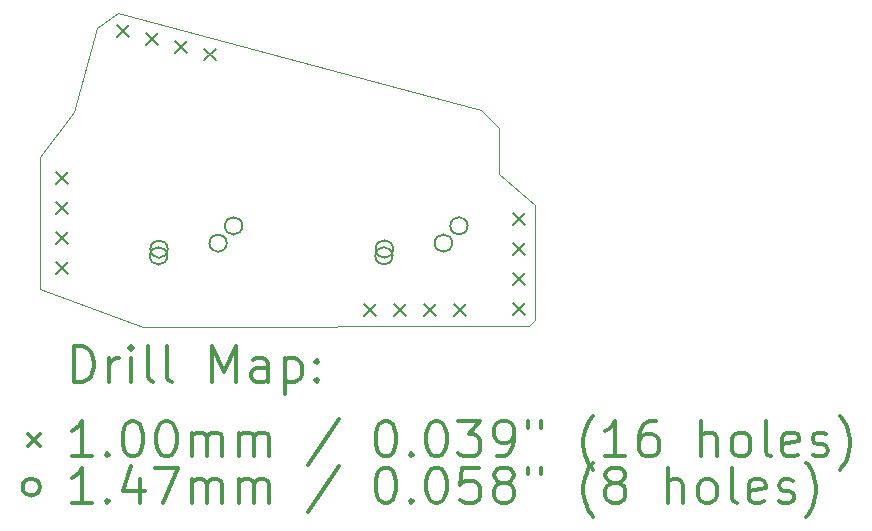
<source format=gbr>
%FSLAX45Y45*%
G04 Gerber Fmt 4.5, Leading zero omitted, Abs format (unit mm)*
G04 Created by KiCad (PCBNEW (5.1.4)-1) date 2023-06-17 18:34:14*
%MOMM*%
%LPD*%
G04 APERTURE LIST*
%ADD10C,0.050000*%
%ADD11C,0.200000*%
%ADD12C,0.300000*%
G04 APERTURE END LIST*
D10*
X19612165Y-35837340D02*
X16342269Y-35841926D01*
X19666101Y-34808660D02*
X19360882Y-34552366D01*
X16131177Y-33185429D02*
X19203875Y-34010148D01*
X15473875Y-35519943D02*
X15474404Y-34405941D01*
X15763276Y-34022596D02*
X15474404Y-34405941D01*
X19666491Y-35781864D02*
X19666101Y-34808660D01*
X15763276Y-34022596D02*
X15953880Y-33316027D01*
X15953880Y-33316027D02*
X16131177Y-33185429D01*
X19360882Y-34552366D02*
X19359700Y-34160247D01*
X19203875Y-34010148D02*
X19359700Y-34160247D01*
X15473875Y-35519943D02*
X16342269Y-35841926D01*
X19666491Y-35781864D02*
X19612165Y-35837340D01*
D11*
X16613815Y-33421973D02*
X16713815Y-33521973D01*
X16713815Y-33421973D02*
X16613815Y-33521973D01*
X16859161Y-33487713D02*
X16959161Y-33587713D01*
X16959161Y-33487713D02*
X16859161Y-33587713D01*
X15605449Y-34535910D02*
X15705449Y-34635910D01*
X15705449Y-34535910D02*
X15605449Y-34635910D01*
X19477699Y-34884357D02*
X19577699Y-34984357D01*
X19577699Y-34884357D02*
X19477699Y-34984357D01*
X19477699Y-35138357D02*
X19577699Y-35238357D01*
X19577699Y-35138357D02*
X19477699Y-35238357D01*
X19477699Y-35392357D02*
X19577699Y-35492357D01*
X19577699Y-35392357D02*
X19477699Y-35492357D01*
X19477699Y-35646357D02*
X19577699Y-35746357D01*
X19577699Y-35646357D02*
X19477699Y-35746357D01*
X18218613Y-35653105D02*
X18318613Y-35753105D01*
X18318613Y-35653105D02*
X18218613Y-35753105D01*
X18472613Y-35653105D02*
X18572613Y-35753105D01*
X18572613Y-35653105D02*
X18472613Y-35753105D01*
X18726613Y-35653105D02*
X18826613Y-35753105D01*
X18826613Y-35653105D02*
X18726613Y-35753105D01*
X18980613Y-35653105D02*
X19080613Y-35753105D01*
X19080613Y-35653105D02*
X18980613Y-35753105D01*
X16123125Y-33290493D02*
X16223125Y-33390493D01*
X16223125Y-33290493D02*
X16123125Y-33390493D01*
X16368470Y-33356233D02*
X16468470Y-33456233D01*
X16468470Y-33356233D02*
X16368470Y-33456233D01*
X15605449Y-34789910D02*
X15705449Y-34889910D01*
X15705449Y-34789910D02*
X15605449Y-34889910D01*
X15605449Y-35043910D02*
X15705449Y-35143910D01*
X15705449Y-35043910D02*
X15605449Y-35143910D01*
X15605449Y-35297910D02*
X15705449Y-35397910D01*
X15705449Y-35297910D02*
X15605449Y-35397910D01*
X18457455Y-35243192D02*
G75*
G03X18457455Y-35243192I-73500J0D01*
G01*
X18461455Y-35185192D02*
G75*
G03X18461455Y-35185192I-73500J0D01*
G01*
X18961455Y-35135192D02*
G75*
G03X18961455Y-35135192I-73500J0D01*
G01*
X19092455Y-34989192D02*
G75*
G03X19092455Y-34989192I-73500J0D01*
G01*
X16549500Y-35243192D02*
G75*
G03X16549500Y-35243192I-73500J0D01*
G01*
X16553500Y-35185192D02*
G75*
G03X16553500Y-35185192I-73500J0D01*
G01*
X17053500Y-35135192D02*
G75*
G03X17053500Y-35135192I-73500J0D01*
G01*
X17184500Y-34989192D02*
G75*
G03X17184500Y-34989192I-73500J0D01*
G01*
D12*
X15757803Y-36310141D02*
X15757803Y-36010141D01*
X15829232Y-36010141D01*
X15872089Y-36024426D01*
X15900660Y-36052998D01*
X15914946Y-36081569D01*
X15929232Y-36138712D01*
X15929232Y-36181569D01*
X15914946Y-36238712D01*
X15900660Y-36267284D01*
X15872089Y-36295855D01*
X15829232Y-36310141D01*
X15757803Y-36310141D01*
X16057803Y-36310141D02*
X16057803Y-36110141D01*
X16057803Y-36167284D02*
X16072089Y-36138712D01*
X16086375Y-36124426D01*
X16114946Y-36110141D01*
X16143517Y-36110141D01*
X16243517Y-36310141D02*
X16243517Y-36110141D01*
X16243517Y-36010141D02*
X16229232Y-36024426D01*
X16243517Y-36038712D01*
X16257803Y-36024426D01*
X16243517Y-36010141D01*
X16243517Y-36038712D01*
X16429232Y-36310141D02*
X16400660Y-36295855D01*
X16386375Y-36267284D01*
X16386375Y-36010141D01*
X16586375Y-36310141D02*
X16557803Y-36295855D01*
X16543517Y-36267284D01*
X16543517Y-36010141D01*
X16929232Y-36310141D02*
X16929232Y-36010141D01*
X17029232Y-36224426D01*
X17129232Y-36010141D01*
X17129232Y-36310141D01*
X17400660Y-36310141D02*
X17400660Y-36152998D01*
X17386375Y-36124426D01*
X17357803Y-36110141D01*
X17300660Y-36110141D01*
X17272089Y-36124426D01*
X17400660Y-36295855D02*
X17372089Y-36310141D01*
X17300660Y-36310141D01*
X17272089Y-36295855D01*
X17257803Y-36267284D01*
X17257803Y-36238712D01*
X17272089Y-36210141D01*
X17300660Y-36195855D01*
X17372089Y-36195855D01*
X17400660Y-36181569D01*
X17543517Y-36110141D02*
X17543517Y-36410141D01*
X17543517Y-36124426D02*
X17572089Y-36110141D01*
X17629232Y-36110141D01*
X17657803Y-36124426D01*
X17672089Y-36138712D01*
X17686375Y-36167284D01*
X17686375Y-36252998D01*
X17672089Y-36281569D01*
X17657803Y-36295855D01*
X17629232Y-36310141D01*
X17572089Y-36310141D01*
X17543517Y-36295855D01*
X17814946Y-36281569D02*
X17829232Y-36295855D01*
X17814946Y-36310141D01*
X17800660Y-36295855D01*
X17814946Y-36281569D01*
X17814946Y-36310141D01*
X17814946Y-36124426D02*
X17829232Y-36138712D01*
X17814946Y-36152998D01*
X17800660Y-36138712D01*
X17814946Y-36124426D01*
X17814946Y-36152998D01*
X15371375Y-36754426D02*
X15471375Y-36854426D01*
X15471375Y-36754426D02*
X15371375Y-36854426D01*
X15914946Y-36940141D02*
X15743517Y-36940141D01*
X15829232Y-36940141D02*
X15829232Y-36640141D01*
X15800660Y-36682998D01*
X15772089Y-36711569D01*
X15743517Y-36725855D01*
X16043517Y-36911569D02*
X16057803Y-36925855D01*
X16043517Y-36940141D01*
X16029232Y-36925855D01*
X16043517Y-36911569D01*
X16043517Y-36940141D01*
X16243517Y-36640141D02*
X16272089Y-36640141D01*
X16300660Y-36654426D01*
X16314946Y-36668712D01*
X16329232Y-36697284D01*
X16343517Y-36754426D01*
X16343517Y-36825855D01*
X16329232Y-36882998D01*
X16314946Y-36911569D01*
X16300660Y-36925855D01*
X16272089Y-36940141D01*
X16243517Y-36940141D01*
X16214946Y-36925855D01*
X16200660Y-36911569D01*
X16186375Y-36882998D01*
X16172089Y-36825855D01*
X16172089Y-36754426D01*
X16186375Y-36697284D01*
X16200660Y-36668712D01*
X16214946Y-36654426D01*
X16243517Y-36640141D01*
X16529232Y-36640141D02*
X16557803Y-36640141D01*
X16586375Y-36654426D01*
X16600660Y-36668712D01*
X16614946Y-36697284D01*
X16629232Y-36754426D01*
X16629232Y-36825855D01*
X16614946Y-36882998D01*
X16600660Y-36911569D01*
X16586375Y-36925855D01*
X16557803Y-36940141D01*
X16529232Y-36940141D01*
X16500660Y-36925855D01*
X16486375Y-36911569D01*
X16472089Y-36882998D01*
X16457803Y-36825855D01*
X16457803Y-36754426D01*
X16472089Y-36697284D01*
X16486375Y-36668712D01*
X16500660Y-36654426D01*
X16529232Y-36640141D01*
X16757803Y-36940141D02*
X16757803Y-36740141D01*
X16757803Y-36768712D02*
X16772089Y-36754426D01*
X16800660Y-36740141D01*
X16843517Y-36740141D01*
X16872089Y-36754426D01*
X16886375Y-36782998D01*
X16886375Y-36940141D01*
X16886375Y-36782998D02*
X16900660Y-36754426D01*
X16929232Y-36740141D01*
X16972089Y-36740141D01*
X17000660Y-36754426D01*
X17014946Y-36782998D01*
X17014946Y-36940141D01*
X17157803Y-36940141D02*
X17157803Y-36740141D01*
X17157803Y-36768712D02*
X17172089Y-36754426D01*
X17200660Y-36740141D01*
X17243517Y-36740141D01*
X17272089Y-36754426D01*
X17286375Y-36782998D01*
X17286375Y-36940141D01*
X17286375Y-36782998D02*
X17300660Y-36754426D01*
X17329232Y-36740141D01*
X17372089Y-36740141D01*
X17400660Y-36754426D01*
X17414946Y-36782998D01*
X17414946Y-36940141D01*
X18000660Y-36625855D02*
X17743517Y-37011569D01*
X18386375Y-36640141D02*
X18414946Y-36640141D01*
X18443517Y-36654426D01*
X18457803Y-36668712D01*
X18472089Y-36697284D01*
X18486375Y-36754426D01*
X18486375Y-36825855D01*
X18472089Y-36882998D01*
X18457803Y-36911569D01*
X18443517Y-36925855D01*
X18414946Y-36940141D01*
X18386375Y-36940141D01*
X18357803Y-36925855D01*
X18343517Y-36911569D01*
X18329232Y-36882998D01*
X18314946Y-36825855D01*
X18314946Y-36754426D01*
X18329232Y-36697284D01*
X18343517Y-36668712D01*
X18357803Y-36654426D01*
X18386375Y-36640141D01*
X18614946Y-36911569D02*
X18629232Y-36925855D01*
X18614946Y-36940141D01*
X18600660Y-36925855D01*
X18614946Y-36911569D01*
X18614946Y-36940141D01*
X18814946Y-36640141D02*
X18843517Y-36640141D01*
X18872089Y-36654426D01*
X18886375Y-36668712D01*
X18900660Y-36697284D01*
X18914946Y-36754426D01*
X18914946Y-36825855D01*
X18900660Y-36882998D01*
X18886375Y-36911569D01*
X18872089Y-36925855D01*
X18843517Y-36940141D01*
X18814946Y-36940141D01*
X18786375Y-36925855D01*
X18772089Y-36911569D01*
X18757803Y-36882998D01*
X18743517Y-36825855D01*
X18743517Y-36754426D01*
X18757803Y-36697284D01*
X18772089Y-36668712D01*
X18786375Y-36654426D01*
X18814946Y-36640141D01*
X19014946Y-36640141D02*
X19200660Y-36640141D01*
X19100660Y-36754426D01*
X19143517Y-36754426D01*
X19172089Y-36768712D01*
X19186375Y-36782998D01*
X19200660Y-36811569D01*
X19200660Y-36882998D01*
X19186375Y-36911569D01*
X19172089Y-36925855D01*
X19143517Y-36940141D01*
X19057803Y-36940141D01*
X19029232Y-36925855D01*
X19014946Y-36911569D01*
X19343517Y-36940141D02*
X19400660Y-36940141D01*
X19429232Y-36925855D01*
X19443517Y-36911569D01*
X19472089Y-36868712D01*
X19486375Y-36811569D01*
X19486375Y-36697284D01*
X19472089Y-36668712D01*
X19457803Y-36654426D01*
X19429232Y-36640141D01*
X19372089Y-36640141D01*
X19343517Y-36654426D01*
X19329232Y-36668712D01*
X19314946Y-36697284D01*
X19314946Y-36768712D01*
X19329232Y-36797284D01*
X19343517Y-36811569D01*
X19372089Y-36825855D01*
X19429232Y-36825855D01*
X19457803Y-36811569D01*
X19472089Y-36797284D01*
X19486375Y-36768712D01*
X19600660Y-36640141D02*
X19600660Y-36697284D01*
X19714946Y-36640141D02*
X19714946Y-36697284D01*
X20157803Y-37054426D02*
X20143517Y-37040141D01*
X20114946Y-36997284D01*
X20100660Y-36968712D01*
X20086375Y-36925855D01*
X20072089Y-36854426D01*
X20072089Y-36797284D01*
X20086375Y-36725855D01*
X20100660Y-36682998D01*
X20114946Y-36654426D01*
X20143517Y-36611569D01*
X20157803Y-36597284D01*
X20429232Y-36940141D02*
X20257803Y-36940141D01*
X20343517Y-36940141D02*
X20343517Y-36640141D01*
X20314946Y-36682998D01*
X20286375Y-36711569D01*
X20257803Y-36725855D01*
X20686375Y-36640141D02*
X20629232Y-36640141D01*
X20600660Y-36654426D01*
X20586375Y-36668712D01*
X20557803Y-36711569D01*
X20543517Y-36768712D01*
X20543517Y-36882998D01*
X20557803Y-36911569D01*
X20572089Y-36925855D01*
X20600660Y-36940141D01*
X20657803Y-36940141D01*
X20686375Y-36925855D01*
X20700660Y-36911569D01*
X20714946Y-36882998D01*
X20714946Y-36811569D01*
X20700660Y-36782998D01*
X20686375Y-36768712D01*
X20657803Y-36754426D01*
X20600660Y-36754426D01*
X20572089Y-36768712D01*
X20557803Y-36782998D01*
X20543517Y-36811569D01*
X21072089Y-36940141D02*
X21072089Y-36640141D01*
X21200660Y-36940141D02*
X21200660Y-36782998D01*
X21186375Y-36754426D01*
X21157803Y-36740141D01*
X21114946Y-36740141D01*
X21086375Y-36754426D01*
X21072089Y-36768712D01*
X21386375Y-36940141D02*
X21357803Y-36925855D01*
X21343517Y-36911569D01*
X21329232Y-36882998D01*
X21329232Y-36797284D01*
X21343517Y-36768712D01*
X21357803Y-36754426D01*
X21386375Y-36740141D01*
X21429232Y-36740141D01*
X21457803Y-36754426D01*
X21472089Y-36768712D01*
X21486375Y-36797284D01*
X21486375Y-36882998D01*
X21472089Y-36911569D01*
X21457803Y-36925855D01*
X21429232Y-36940141D01*
X21386375Y-36940141D01*
X21657803Y-36940141D02*
X21629232Y-36925855D01*
X21614946Y-36897284D01*
X21614946Y-36640141D01*
X21886375Y-36925855D02*
X21857803Y-36940141D01*
X21800660Y-36940141D01*
X21772089Y-36925855D01*
X21757803Y-36897284D01*
X21757803Y-36782998D01*
X21772089Y-36754426D01*
X21800660Y-36740141D01*
X21857803Y-36740141D01*
X21886375Y-36754426D01*
X21900660Y-36782998D01*
X21900660Y-36811569D01*
X21757803Y-36840141D01*
X22014946Y-36925855D02*
X22043517Y-36940141D01*
X22100660Y-36940141D01*
X22129232Y-36925855D01*
X22143517Y-36897284D01*
X22143517Y-36882998D01*
X22129232Y-36854426D01*
X22100660Y-36840141D01*
X22057803Y-36840141D01*
X22029232Y-36825855D01*
X22014946Y-36797284D01*
X22014946Y-36782998D01*
X22029232Y-36754426D01*
X22057803Y-36740141D01*
X22100660Y-36740141D01*
X22129232Y-36754426D01*
X22243517Y-37054426D02*
X22257803Y-37040141D01*
X22286375Y-36997284D01*
X22300660Y-36968712D01*
X22314946Y-36925855D01*
X22329232Y-36854426D01*
X22329232Y-36797284D01*
X22314946Y-36725855D01*
X22300660Y-36682998D01*
X22286375Y-36654426D01*
X22257803Y-36611569D01*
X22243517Y-36597284D01*
X15471375Y-37200426D02*
G75*
G03X15471375Y-37200426I-73500J0D01*
G01*
X15914946Y-37336141D02*
X15743517Y-37336141D01*
X15829232Y-37336141D02*
X15829232Y-37036141D01*
X15800660Y-37078998D01*
X15772089Y-37107569D01*
X15743517Y-37121855D01*
X16043517Y-37307569D02*
X16057803Y-37321855D01*
X16043517Y-37336141D01*
X16029232Y-37321855D01*
X16043517Y-37307569D01*
X16043517Y-37336141D01*
X16314946Y-37136141D02*
X16314946Y-37336141D01*
X16243517Y-37021855D02*
X16172089Y-37236141D01*
X16357803Y-37236141D01*
X16443517Y-37036141D02*
X16643517Y-37036141D01*
X16514946Y-37336141D01*
X16757803Y-37336141D02*
X16757803Y-37136141D01*
X16757803Y-37164712D02*
X16772089Y-37150426D01*
X16800660Y-37136141D01*
X16843517Y-37136141D01*
X16872089Y-37150426D01*
X16886375Y-37178998D01*
X16886375Y-37336141D01*
X16886375Y-37178998D02*
X16900660Y-37150426D01*
X16929232Y-37136141D01*
X16972089Y-37136141D01*
X17000660Y-37150426D01*
X17014946Y-37178998D01*
X17014946Y-37336141D01*
X17157803Y-37336141D02*
X17157803Y-37136141D01*
X17157803Y-37164712D02*
X17172089Y-37150426D01*
X17200660Y-37136141D01*
X17243517Y-37136141D01*
X17272089Y-37150426D01*
X17286375Y-37178998D01*
X17286375Y-37336141D01*
X17286375Y-37178998D02*
X17300660Y-37150426D01*
X17329232Y-37136141D01*
X17372089Y-37136141D01*
X17400660Y-37150426D01*
X17414946Y-37178998D01*
X17414946Y-37336141D01*
X18000660Y-37021855D02*
X17743517Y-37407569D01*
X18386375Y-37036141D02*
X18414946Y-37036141D01*
X18443517Y-37050426D01*
X18457803Y-37064712D01*
X18472089Y-37093284D01*
X18486375Y-37150426D01*
X18486375Y-37221855D01*
X18472089Y-37278998D01*
X18457803Y-37307569D01*
X18443517Y-37321855D01*
X18414946Y-37336141D01*
X18386375Y-37336141D01*
X18357803Y-37321855D01*
X18343517Y-37307569D01*
X18329232Y-37278998D01*
X18314946Y-37221855D01*
X18314946Y-37150426D01*
X18329232Y-37093284D01*
X18343517Y-37064712D01*
X18357803Y-37050426D01*
X18386375Y-37036141D01*
X18614946Y-37307569D02*
X18629232Y-37321855D01*
X18614946Y-37336141D01*
X18600660Y-37321855D01*
X18614946Y-37307569D01*
X18614946Y-37336141D01*
X18814946Y-37036141D02*
X18843517Y-37036141D01*
X18872089Y-37050426D01*
X18886375Y-37064712D01*
X18900660Y-37093284D01*
X18914946Y-37150426D01*
X18914946Y-37221855D01*
X18900660Y-37278998D01*
X18886375Y-37307569D01*
X18872089Y-37321855D01*
X18843517Y-37336141D01*
X18814946Y-37336141D01*
X18786375Y-37321855D01*
X18772089Y-37307569D01*
X18757803Y-37278998D01*
X18743517Y-37221855D01*
X18743517Y-37150426D01*
X18757803Y-37093284D01*
X18772089Y-37064712D01*
X18786375Y-37050426D01*
X18814946Y-37036141D01*
X19186375Y-37036141D02*
X19043517Y-37036141D01*
X19029232Y-37178998D01*
X19043517Y-37164712D01*
X19072089Y-37150426D01*
X19143517Y-37150426D01*
X19172089Y-37164712D01*
X19186375Y-37178998D01*
X19200660Y-37207569D01*
X19200660Y-37278998D01*
X19186375Y-37307569D01*
X19172089Y-37321855D01*
X19143517Y-37336141D01*
X19072089Y-37336141D01*
X19043517Y-37321855D01*
X19029232Y-37307569D01*
X19372089Y-37164712D02*
X19343517Y-37150426D01*
X19329232Y-37136141D01*
X19314946Y-37107569D01*
X19314946Y-37093284D01*
X19329232Y-37064712D01*
X19343517Y-37050426D01*
X19372089Y-37036141D01*
X19429232Y-37036141D01*
X19457803Y-37050426D01*
X19472089Y-37064712D01*
X19486375Y-37093284D01*
X19486375Y-37107569D01*
X19472089Y-37136141D01*
X19457803Y-37150426D01*
X19429232Y-37164712D01*
X19372089Y-37164712D01*
X19343517Y-37178998D01*
X19329232Y-37193284D01*
X19314946Y-37221855D01*
X19314946Y-37278998D01*
X19329232Y-37307569D01*
X19343517Y-37321855D01*
X19372089Y-37336141D01*
X19429232Y-37336141D01*
X19457803Y-37321855D01*
X19472089Y-37307569D01*
X19486375Y-37278998D01*
X19486375Y-37221855D01*
X19472089Y-37193284D01*
X19457803Y-37178998D01*
X19429232Y-37164712D01*
X19600660Y-37036141D02*
X19600660Y-37093284D01*
X19714946Y-37036141D02*
X19714946Y-37093284D01*
X20157803Y-37450426D02*
X20143517Y-37436141D01*
X20114946Y-37393284D01*
X20100660Y-37364712D01*
X20086375Y-37321855D01*
X20072089Y-37250426D01*
X20072089Y-37193284D01*
X20086375Y-37121855D01*
X20100660Y-37078998D01*
X20114946Y-37050426D01*
X20143517Y-37007569D01*
X20157803Y-36993284D01*
X20314946Y-37164712D02*
X20286375Y-37150426D01*
X20272089Y-37136141D01*
X20257803Y-37107569D01*
X20257803Y-37093284D01*
X20272089Y-37064712D01*
X20286375Y-37050426D01*
X20314946Y-37036141D01*
X20372089Y-37036141D01*
X20400660Y-37050426D01*
X20414946Y-37064712D01*
X20429232Y-37093284D01*
X20429232Y-37107569D01*
X20414946Y-37136141D01*
X20400660Y-37150426D01*
X20372089Y-37164712D01*
X20314946Y-37164712D01*
X20286375Y-37178998D01*
X20272089Y-37193284D01*
X20257803Y-37221855D01*
X20257803Y-37278998D01*
X20272089Y-37307569D01*
X20286375Y-37321855D01*
X20314946Y-37336141D01*
X20372089Y-37336141D01*
X20400660Y-37321855D01*
X20414946Y-37307569D01*
X20429232Y-37278998D01*
X20429232Y-37221855D01*
X20414946Y-37193284D01*
X20400660Y-37178998D01*
X20372089Y-37164712D01*
X20786375Y-37336141D02*
X20786375Y-37036141D01*
X20914946Y-37336141D02*
X20914946Y-37178998D01*
X20900660Y-37150426D01*
X20872089Y-37136141D01*
X20829232Y-37136141D01*
X20800660Y-37150426D01*
X20786375Y-37164712D01*
X21100660Y-37336141D02*
X21072089Y-37321855D01*
X21057803Y-37307569D01*
X21043517Y-37278998D01*
X21043517Y-37193284D01*
X21057803Y-37164712D01*
X21072089Y-37150426D01*
X21100660Y-37136141D01*
X21143517Y-37136141D01*
X21172089Y-37150426D01*
X21186375Y-37164712D01*
X21200660Y-37193284D01*
X21200660Y-37278998D01*
X21186375Y-37307569D01*
X21172089Y-37321855D01*
X21143517Y-37336141D01*
X21100660Y-37336141D01*
X21372089Y-37336141D02*
X21343517Y-37321855D01*
X21329232Y-37293284D01*
X21329232Y-37036141D01*
X21600660Y-37321855D02*
X21572089Y-37336141D01*
X21514946Y-37336141D01*
X21486375Y-37321855D01*
X21472089Y-37293284D01*
X21472089Y-37178998D01*
X21486375Y-37150426D01*
X21514946Y-37136141D01*
X21572089Y-37136141D01*
X21600660Y-37150426D01*
X21614946Y-37178998D01*
X21614946Y-37207569D01*
X21472089Y-37236141D01*
X21729232Y-37321855D02*
X21757803Y-37336141D01*
X21814946Y-37336141D01*
X21843517Y-37321855D01*
X21857803Y-37293284D01*
X21857803Y-37278998D01*
X21843517Y-37250426D01*
X21814946Y-37236141D01*
X21772089Y-37236141D01*
X21743517Y-37221855D01*
X21729232Y-37193284D01*
X21729232Y-37178998D01*
X21743517Y-37150426D01*
X21772089Y-37136141D01*
X21814946Y-37136141D01*
X21843517Y-37150426D01*
X21957803Y-37450426D02*
X21972089Y-37436141D01*
X22000660Y-37393284D01*
X22014946Y-37364712D01*
X22029232Y-37321855D01*
X22043517Y-37250426D01*
X22043517Y-37193284D01*
X22029232Y-37121855D01*
X22014946Y-37078998D01*
X22000660Y-37050426D01*
X21972089Y-37007569D01*
X21957803Y-36993284D01*
M02*

</source>
